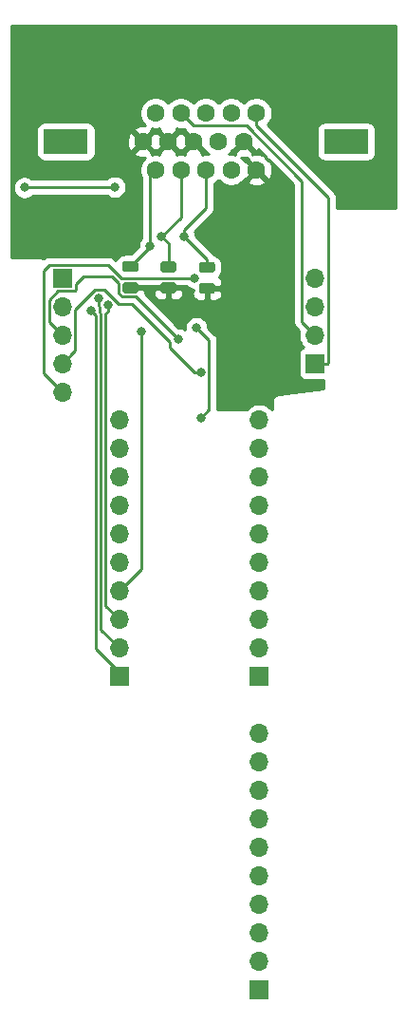
<source format=gbr>
G04 #@! TF.GenerationSoftware,KiCad,Pcbnew,5.1.5*
G04 #@! TF.CreationDate,2020-03-26T20:54:49-05:00*
G04 #@! TF.ProjectId,ADV7123,41445637-3132-4332-9e6b-696361645f70,rev?*
G04 #@! TF.SameCoordinates,Original*
G04 #@! TF.FileFunction,Copper,L2,Bot*
G04 #@! TF.FilePolarity,Positive*
%FSLAX46Y46*%
G04 Gerber Fmt 4.6, Leading zero omitted, Abs format (unit mm)*
G04 Created by KiCad (PCBNEW 5.1.5) date 2020-03-26 20:54:49*
%MOMM*%
%LPD*%
G04 APERTURE LIST*
%ADD10R,1.700000X1.700000*%
%ADD11O,1.700000X1.700000*%
%ADD12C,0.100000*%
%ADD13R,4.000000X2.200000*%
%ADD14C,1.600000*%
%ADD15C,0.800000*%
%ADD16C,0.250000*%
%ADD17C,0.254000*%
G04 APERTURE END LIST*
D10*
X136100000Y-98900000D03*
D11*
X136100000Y-96360000D03*
X136100000Y-93820000D03*
X136100000Y-91280000D03*
X136100000Y-88740000D03*
X136100000Y-86200000D03*
X136100000Y-83660000D03*
X136100000Y-81120000D03*
X136100000Y-78580000D03*
X136100000Y-76040000D03*
D10*
X131020000Y-63350000D03*
D11*
X131020000Y-65890000D03*
X131020000Y-68430000D03*
X131020000Y-70970000D03*
X131020000Y-73510000D03*
D10*
X153585000Y-70970000D03*
D11*
X153585000Y-68430000D03*
X153585000Y-65890000D03*
X153585000Y-63350000D03*
X148600000Y-103970000D03*
X148600000Y-106510000D03*
X148600000Y-109050000D03*
X148600000Y-111590000D03*
X148600000Y-114130000D03*
X148600000Y-116670000D03*
X148600000Y-119210000D03*
X148600000Y-121750000D03*
X148600000Y-124290000D03*
D10*
X148600000Y-126830000D03*
X148600000Y-98890000D03*
D11*
X148600000Y-96350000D03*
X148600000Y-93810000D03*
X148600000Y-91270000D03*
X148600000Y-88730000D03*
X148600000Y-86190000D03*
X148600000Y-83650000D03*
X148600000Y-81110000D03*
X148600000Y-78570000D03*
X148600000Y-76030000D03*
G04 #@! TA.AperFunction,SMDPad,CuDef*
D12*
G36*
X137580142Y-63738674D02*
G01*
X137603803Y-63742184D01*
X137627007Y-63747996D01*
X137649529Y-63756054D01*
X137671153Y-63766282D01*
X137691670Y-63778579D01*
X137710883Y-63792829D01*
X137728607Y-63808893D01*
X137744671Y-63826617D01*
X137758921Y-63845830D01*
X137771218Y-63866347D01*
X137781446Y-63887971D01*
X137789504Y-63910493D01*
X137795316Y-63933697D01*
X137798826Y-63957358D01*
X137800000Y-63981250D01*
X137800000Y-64468750D01*
X137798826Y-64492642D01*
X137795316Y-64516303D01*
X137789504Y-64539507D01*
X137781446Y-64562029D01*
X137771218Y-64583653D01*
X137758921Y-64604170D01*
X137744671Y-64623383D01*
X137728607Y-64641107D01*
X137710883Y-64657171D01*
X137691670Y-64671421D01*
X137671153Y-64683718D01*
X137649529Y-64693946D01*
X137627007Y-64702004D01*
X137603803Y-64707816D01*
X137580142Y-64711326D01*
X137556250Y-64712500D01*
X136643750Y-64712500D01*
X136619858Y-64711326D01*
X136596197Y-64707816D01*
X136572993Y-64702004D01*
X136550471Y-64693946D01*
X136528847Y-64683718D01*
X136508330Y-64671421D01*
X136489117Y-64657171D01*
X136471393Y-64641107D01*
X136455329Y-64623383D01*
X136441079Y-64604170D01*
X136428782Y-64583653D01*
X136418554Y-64562029D01*
X136410496Y-64539507D01*
X136404684Y-64516303D01*
X136401174Y-64492642D01*
X136400000Y-64468750D01*
X136400000Y-63981250D01*
X136401174Y-63957358D01*
X136404684Y-63933697D01*
X136410496Y-63910493D01*
X136418554Y-63887971D01*
X136428782Y-63866347D01*
X136441079Y-63845830D01*
X136455329Y-63826617D01*
X136471393Y-63808893D01*
X136489117Y-63792829D01*
X136508330Y-63778579D01*
X136528847Y-63766282D01*
X136550471Y-63756054D01*
X136572993Y-63747996D01*
X136596197Y-63742184D01*
X136619858Y-63738674D01*
X136643750Y-63737500D01*
X137556250Y-63737500D01*
X137580142Y-63738674D01*
G37*
G04 #@! TD.AperFunction*
G04 #@! TA.AperFunction,SMDPad,CuDef*
G36*
X137580142Y-61863674D02*
G01*
X137603803Y-61867184D01*
X137627007Y-61872996D01*
X137649529Y-61881054D01*
X137671153Y-61891282D01*
X137691670Y-61903579D01*
X137710883Y-61917829D01*
X137728607Y-61933893D01*
X137744671Y-61951617D01*
X137758921Y-61970830D01*
X137771218Y-61991347D01*
X137781446Y-62012971D01*
X137789504Y-62035493D01*
X137795316Y-62058697D01*
X137798826Y-62082358D01*
X137800000Y-62106250D01*
X137800000Y-62593750D01*
X137798826Y-62617642D01*
X137795316Y-62641303D01*
X137789504Y-62664507D01*
X137781446Y-62687029D01*
X137771218Y-62708653D01*
X137758921Y-62729170D01*
X137744671Y-62748383D01*
X137728607Y-62766107D01*
X137710883Y-62782171D01*
X137691670Y-62796421D01*
X137671153Y-62808718D01*
X137649529Y-62818946D01*
X137627007Y-62827004D01*
X137603803Y-62832816D01*
X137580142Y-62836326D01*
X137556250Y-62837500D01*
X136643750Y-62837500D01*
X136619858Y-62836326D01*
X136596197Y-62832816D01*
X136572993Y-62827004D01*
X136550471Y-62818946D01*
X136528847Y-62808718D01*
X136508330Y-62796421D01*
X136489117Y-62782171D01*
X136471393Y-62766107D01*
X136455329Y-62748383D01*
X136441079Y-62729170D01*
X136428782Y-62708653D01*
X136418554Y-62687029D01*
X136410496Y-62664507D01*
X136404684Y-62641303D01*
X136401174Y-62617642D01*
X136400000Y-62593750D01*
X136400000Y-62106250D01*
X136401174Y-62082358D01*
X136404684Y-62058697D01*
X136410496Y-62035493D01*
X136418554Y-62012971D01*
X136428782Y-61991347D01*
X136441079Y-61970830D01*
X136455329Y-61951617D01*
X136471393Y-61933893D01*
X136489117Y-61917829D01*
X136508330Y-61903579D01*
X136528847Y-61891282D01*
X136550471Y-61881054D01*
X136572993Y-61872996D01*
X136596197Y-61867184D01*
X136619858Y-61863674D01*
X136643750Y-61862500D01*
X137556250Y-61862500D01*
X137580142Y-61863674D01*
G37*
G04 #@! TD.AperFunction*
G04 #@! TA.AperFunction,SMDPad,CuDef*
G36*
X140980142Y-61876174D02*
G01*
X141003803Y-61879684D01*
X141027007Y-61885496D01*
X141049529Y-61893554D01*
X141071153Y-61903782D01*
X141091670Y-61916079D01*
X141110883Y-61930329D01*
X141128607Y-61946393D01*
X141144671Y-61964117D01*
X141158921Y-61983330D01*
X141171218Y-62003847D01*
X141181446Y-62025471D01*
X141189504Y-62047993D01*
X141195316Y-62071197D01*
X141198826Y-62094858D01*
X141200000Y-62118750D01*
X141200000Y-62606250D01*
X141198826Y-62630142D01*
X141195316Y-62653803D01*
X141189504Y-62677007D01*
X141181446Y-62699529D01*
X141171218Y-62721153D01*
X141158921Y-62741670D01*
X141144671Y-62760883D01*
X141128607Y-62778607D01*
X141110883Y-62794671D01*
X141091670Y-62808921D01*
X141071153Y-62821218D01*
X141049529Y-62831446D01*
X141027007Y-62839504D01*
X141003803Y-62845316D01*
X140980142Y-62848826D01*
X140956250Y-62850000D01*
X140043750Y-62850000D01*
X140019858Y-62848826D01*
X139996197Y-62845316D01*
X139972993Y-62839504D01*
X139950471Y-62831446D01*
X139928847Y-62821218D01*
X139908330Y-62808921D01*
X139889117Y-62794671D01*
X139871393Y-62778607D01*
X139855329Y-62760883D01*
X139841079Y-62741670D01*
X139828782Y-62721153D01*
X139818554Y-62699529D01*
X139810496Y-62677007D01*
X139804684Y-62653803D01*
X139801174Y-62630142D01*
X139800000Y-62606250D01*
X139800000Y-62118750D01*
X139801174Y-62094858D01*
X139804684Y-62071197D01*
X139810496Y-62047993D01*
X139818554Y-62025471D01*
X139828782Y-62003847D01*
X139841079Y-61983330D01*
X139855329Y-61964117D01*
X139871393Y-61946393D01*
X139889117Y-61930329D01*
X139908330Y-61916079D01*
X139928847Y-61903782D01*
X139950471Y-61893554D01*
X139972993Y-61885496D01*
X139996197Y-61879684D01*
X140019858Y-61876174D01*
X140043750Y-61875000D01*
X140956250Y-61875000D01*
X140980142Y-61876174D01*
G37*
G04 #@! TD.AperFunction*
G04 #@! TA.AperFunction,SMDPad,CuDef*
G36*
X140980142Y-63751174D02*
G01*
X141003803Y-63754684D01*
X141027007Y-63760496D01*
X141049529Y-63768554D01*
X141071153Y-63778782D01*
X141091670Y-63791079D01*
X141110883Y-63805329D01*
X141128607Y-63821393D01*
X141144671Y-63839117D01*
X141158921Y-63858330D01*
X141171218Y-63878847D01*
X141181446Y-63900471D01*
X141189504Y-63922993D01*
X141195316Y-63946197D01*
X141198826Y-63969858D01*
X141200000Y-63993750D01*
X141200000Y-64481250D01*
X141198826Y-64505142D01*
X141195316Y-64528803D01*
X141189504Y-64552007D01*
X141181446Y-64574529D01*
X141171218Y-64596153D01*
X141158921Y-64616670D01*
X141144671Y-64635883D01*
X141128607Y-64653607D01*
X141110883Y-64669671D01*
X141091670Y-64683921D01*
X141071153Y-64696218D01*
X141049529Y-64706446D01*
X141027007Y-64714504D01*
X141003803Y-64720316D01*
X140980142Y-64723826D01*
X140956250Y-64725000D01*
X140043750Y-64725000D01*
X140019858Y-64723826D01*
X139996197Y-64720316D01*
X139972993Y-64714504D01*
X139950471Y-64706446D01*
X139928847Y-64696218D01*
X139908330Y-64683921D01*
X139889117Y-64669671D01*
X139871393Y-64653607D01*
X139855329Y-64635883D01*
X139841079Y-64616670D01*
X139828782Y-64596153D01*
X139818554Y-64574529D01*
X139810496Y-64552007D01*
X139804684Y-64528803D01*
X139801174Y-64505142D01*
X139800000Y-64481250D01*
X139800000Y-63993750D01*
X139801174Y-63969858D01*
X139804684Y-63946197D01*
X139810496Y-63922993D01*
X139818554Y-63900471D01*
X139828782Y-63878847D01*
X139841079Y-63858330D01*
X139855329Y-63839117D01*
X139871393Y-63821393D01*
X139889117Y-63805329D01*
X139908330Y-63791079D01*
X139928847Y-63778782D01*
X139950471Y-63768554D01*
X139972993Y-63760496D01*
X139996197Y-63754684D01*
X140019858Y-63751174D01*
X140043750Y-63750000D01*
X140956250Y-63750000D01*
X140980142Y-63751174D01*
G37*
G04 #@! TD.AperFunction*
G04 #@! TA.AperFunction,SMDPad,CuDef*
G36*
X144430142Y-63788674D02*
G01*
X144453803Y-63792184D01*
X144477007Y-63797996D01*
X144499529Y-63806054D01*
X144521153Y-63816282D01*
X144541670Y-63828579D01*
X144560883Y-63842829D01*
X144578607Y-63858893D01*
X144594671Y-63876617D01*
X144608921Y-63895830D01*
X144621218Y-63916347D01*
X144631446Y-63937971D01*
X144639504Y-63960493D01*
X144645316Y-63983697D01*
X144648826Y-64007358D01*
X144650000Y-64031250D01*
X144650000Y-64518750D01*
X144648826Y-64542642D01*
X144645316Y-64566303D01*
X144639504Y-64589507D01*
X144631446Y-64612029D01*
X144621218Y-64633653D01*
X144608921Y-64654170D01*
X144594671Y-64673383D01*
X144578607Y-64691107D01*
X144560883Y-64707171D01*
X144541670Y-64721421D01*
X144521153Y-64733718D01*
X144499529Y-64743946D01*
X144477007Y-64752004D01*
X144453803Y-64757816D01*
X144430142Y-64761326D01*
X144406250Y-64762500D01*
X143493750Y-64762500D01*
X143469858Y-64761326D01*
X143446197Y-64757816D01*
X143422993Y-64752004D01*
X143400471Y-64743946D01*
X143378847Y-64733718D01*
X143358330Y-64721421D01*
X143339117Y-64707171D01*
X143321393Y-64691107D01*
X143305329Y-64673383D01*
X143291079Y-64654170D01*
X143278782Y-64633653D01*
X143268554Y-64612029D01*
X143260496Y-64589507D01*
X143254684Y-64566303D01*
X143251174Y-64542642D01*
X143250000Y-64518750D01*
X143250000Y-64031250D01*
X143251174Y-64007358D01*
X143254684Y-63983697D01*
X143260496Y-63960493D01*
X143268554Y-63937971D01*
X143278782Y-63916347D01*
X143291079Y-63895830D01*
X143305329Y-63876617D01*
X143321393Y-63858893D01*
X143339117Y-63842829D01*
X143358330Y-63828579D01*
X143378847Y-63816282D01*
X143400471Y-63806054D01*
X143422993Y-63797996D01*
X143446197Y-63792184D01*
X143469858Y-63788674D01*
X143493750Y-63787500D01*
X144406250Y-63787500D01*
X144430142Y-63788674D01*
G37*
G04 #@! TD.AperFunction*
G04 #@! TA.AperFunction,SMDPad,CuDef*
G36*
X144430142Y-61913674D02*
G01*
X144453803Y-61917184D01*
X144477007Y-61922996D01*
X144499529Y-61931054D01*
X144521153Y-61941282D01*
X144541670Y-61953579D01*
X144560883Y-61967829D01*
X144578607Y-61983893D01*
X144594671Y-62001617D01*
X144608921Y-62020830D01*
X144621218Y-62041347D01*
X144631446Y-62062971D01*
X144639504Y-62085493D01*
X144645316Y-62108697D01*
X144648826Y-62132358D01*
X144650000Y-62156250D01*
X144650000Y-62643750D01*
X144648826Y-62667642D01*
X144645316Y-62691303D01*
X144639504Y-62714507D01*
X144631446Y-62737029D01*
X144621218Y-62758653D01*
X144608921Y-62779170D01*
X144594671Y-62798383D01*
X144578607Y-62816107D01*
X144560883Y-62832171D01*
X144541670Y-62846421D01*
X144521153Y-62858718D01*
X144499529Y-62868946D01*
X144477007Y-62877004D01*
X144453803Y-62882816D01*
X144430142Y-62886326D01*
X144406250Y-62887500D01*
X143493750Y-62887500D01*
X143469858Y-62886326D01*
X143446197Y-62882816D01*
X143422993Y-62877004D01*
X143400471Y-62868946D01*
X143378847Y-62858718D01*
X143358330Y-62846421D01*
X143339117Y-62832171D01*
X143321393Y-62816107D01*
X143305329Y-62798383D01*
X143291079Y-62779170D01*
X143278782Y-62758653D01*
X143268554Y-62737029D01*
X143260496Y-62714507D01*
X143254684Y-62691303D01*
X143251174Y-62667642D01*
X143250000Y-62643750D01*
X143250000Y-62156250D01*
X143251174Y-62132358D01*
X143254684Y-62108697D01*
X143260496Y-62085493D01*
X143268554Y-62062971D01*
X143278782Y-62041347D01*
X143291079Y-62020830D01*
X143305329Y-62001617D01*
X143321393Y-61983893D01*
X143339117Y-61967829D01*
X143358330Y-61953579D01*
X143378847Y-61941282D01*
X143400471Y-61931054D01*
X143422993Y-61922996D01*
X143446197Y-61917184D01*
X143469858Y-61913674D01*
X143493750Y-61912500D01*
X144406250Y-61912500D01*
X144430142Y-61913674D01*
G37*
G04 #@! TD.AperFunction*
D13*
X156350000Y-51200000D03*
X131350000Y-51200000D03*
D14*
X142725000Y-51200000D03*
X144975000Y-51200000D03*
X138225000Y-51200000D03*
X140475000Y-51200000D03*
X147225000Y-51200000D03*
X146100000Y-48660000D03*
X141600000Y-48660000D03*
X148350000Y-48660000D03*
X139350000Y-48660000D03*
X143850000Y-48660000D03*
X141600000Y-53740000D03*
X139350000Y-53740000D03*
X146100000Y-53740000D03*
X143850000Y-53740000D03*
X148350000Y-53740000D03*
D15*
X130600000Y-61000000D03*
X135700000Y-55250000D03*
X127650000Y-55300000D03*
X133599996Y-66300000D03*
X134286668Y-65169123D03*
X135079363Y-65780196D03*
X138100000Y-68100000D03*
X141366342Y-68791662D03*
X143400000Y-71800000D03*
X142800000Y-63350000D03*
X143000000Y-67800000D03*
X143400000Y-75800000D03*
X138850000Y-60500000D03*
X139900000Y-59650000D03*
X141900000Y-59650000D03*
D16*
X135700000Y-55250000D02*
X127700000Y-55250000D01*
X127700000Y-55250000D02*
X127650000Y-55300000D01*
X134000000Y-66700004D02*
X133599996Y-66300000D01*
X134000000Y-96400000D02*
X134000000Y-66700004D01*
X136100000Y-98900000D02*
X136100000Y-98500000D01*
X136100000Y-98500000D02*
X134000000Y-96400000D01*
X134286668Y-65863664D02*
X134286668Y-65734808D01*
X134286668Y-65734808D02*
X134286668Y-65169123D01*
X134375002Y-66438595D02*
X134375002Y-65951998D01*
X134450011Y-66513604D02*
X134375002Y-66438595D01*
X134450011Y-94710011D02*
X134450011Y-66513604D01*
X134375002Y-65951998D02*
X134286668Y-65863664D01*
X136100000Y-96360000D02*
X134450011Y-94710011D01*
X135079363Y-66345881D02*
X135079363Y-65780196D01*
X134900022Y-66525222D02*
X135079363Y-66345881D01*
X134900022Y-92620022D02*
X134900022Y-66525222D01*
X136100000Y-93820000D02*
X134900022Y-92620022D01*
X136100000Y-91280000D02*
X138100000Y-89280000D01*
X138100000Y-89280000D02*
X138100000Y-68100000D01*
X132250000Y-63900000D02*
X132950000Y-63200000D01*
X129844999Y-65325999D02*
X130645997Y-64525001D01*
X140966343Y-68391663D02*
X141366342Y-68791662D01*
X132130001Y-64525001D02*
X132250000Y-64405002D01*
X129844999Y-67254999D02*
X129844999Y-65325999D01*
X137612190Y-65037510D02*
X140966343Y-68391663D01*
X136074990Y-64704340D02*
X136408160Y-65037510D01*
X131020000Y-68430000D02*
X129844999Y-67254999D01*
X130645997Y-64525001D02*
X132130001Y-64525001D01*
X136074990Y-63774990D02*
X136074990Y-64704340D01*
X135500000Y-63200000D02*
X136074990Y-63774990D01*
X136408160Y-65037510D02*
X137612190Y-65037510D01*
X132250000Y-64405002D02*
X132250000Y-63900000D01*
X132950000Y-63200000D02*
X135500000Y-63200000D01*
X131869999Y-70120001D02*
X131020000Y-70970000D01*
X137254364Y-65654364D02*
X136026533Y-65654364D01*
X136026533Y-65654364D02*
X134816291Y-64444122D01*
X132195001Y-66187788D02*
X132195001Y-69794999D01*
X142834315Y-71800000D02*
X140641340Y-69607025D01*
X143400000Y-71800000D02*
X142834315Y-71800000D01*
X140641340Y-69041340D02*
X137254364Y-65654364D01*
X133938667Y-64444122D02*
X132195001Y-66187788D01*
X134816291Y-64444122D02*
X133938667Y-64444122D01*
X140641340Y-69607025D02*
X140641340Y-69041340D01*
X132195001Y-69794999D02*
X131869999Y-70120001D01*
X136286410Y-63350000D02*
X142800000Y-63350000D01*
X129394990Y-71884990D02*
X129394990Y-62690008D01*
X131020000Y-73510000D02*
X129394990Y-71884990D01*
X129394990Y-62690008D02*
X129909999Y-62174999D01*
X129909999Y-62174999D02*
X135111409Y-62174999D01*
X135111409Y-62174999D02*
X136286410Y-63350000D01*
X141600000Y-48660000D02*
X142725001Y-49785001D01*
X147490002Y-49800000D02*
X147150000Y-49800000D01*
X152409999Y-54719997D02*
X147490002Y-49800000D01*
X152409999Y-67254999D02*
X152409999Y-54719997D01*
X153585000Y-68430000D02*
X152409999Y-67254999D01*
X147150000Y-49800000D02*
X147475003Y-49785001D01*
X142725001Y-49785001D02*
X147150000Y-49800000D01*
X148350000Y-48660000D02*
X148350000Y-49791370D01*
X154760001Y-70894999D02*
X154760001Y-56201371D01*
X154760001Y-56201371D02*
X148350000Y-49791370D01*
X154685000Y-70970000D02*
X154760001Y-70894999D01*
X153585000Y-70970000D02*
X154685000Y-70970000D01*
X144125001Y-75074999D02*
X143400000Y-75800000D01*
X143000000Y-67800000D02*
X144125001Y-68925001D01*
X144125001Y-68925001D02*
X144125001Y-75074999D01*
X138850000Y-54240000D02*
X139350000Y-53740000D01*
X138850000Y-60500000D02*
X138850000Y-54240000D01*
X138850000Y-60600000D02*
X138850000Y-60500000D01*
X137100000Y-62350000D02*
X138850000Y-60600000D01*
X141600000Y-53740000D02*
X141600000Y-57950000D01*
X141600000Y-57950000D02*
X139900000Y-59650000D01*
X140500000Y-60250000D02*
X139900000Y-59650000D01*
X140500000Y-62362500D02*
X140500000Y-60250000D01*
X143850000Y-57134315D02*
X143850000Y-54871370D01*
X143850000Y-54871370D02*
X143850000Y-53740000D01*
X141900000Y-59084315D02*
X143850000Y-57134315D01*
X141900000Y-59650000D02*
X141900000Y-59084315D01*
X143950000Y-61700000D02*
X141900000Y-59650000D01*
X143950000Y-62400000D02*
X143950000Y-61700000D01*
D17*
G36*
X147536903Y-52747298D02*
G01*
X148350000Y-53560395D01*
X148364143Y-53546253D01*
X148543748Y-53725858D01*
X148529605Y-53740000D01*
X149342702Y-54553097D01*
X149586671Y-54481514D01*
X149707571Y-54226004D01*
X149776300Y-53951816D01*
X149790217Y-53669488D01*
X149748787Y-53389870D01*
X149653603Y-53123708D01*
X149586671Y-52998486D01*
X149342704Y-52926903D01*
X149442403Y-52827204D01*
X151650000Y-55034801D01*
X151649999Y-67217677D01*
X151646323Y-67254999D01*
X151649999Y-67292321D01*
X151649999Y-67292331D01*
X151660996Y-67403984D01*
X151689546Y-67498102D01*
X151704453Y-67547245D01*
X151775025Y-67679275D01*
X151813855Y-67726589D01*
X151869998Y-67795000D01*
X151899002Y-67818803D01*
X152143791Y-68063592D01*
X152100000Y-68283740D01*
X152100000Y-68576260D01*
X152157068Y-68863158D01*
X152269010Y-69133411D01*
X152431525Y-69376632D01*
X152563380Y-69508487D01*
X152490820Y-69530498D01*
X152380506Y-69589463D01*
X152283815Y-69668815D01*
X152204463Y-69765506D01*
X152145498Y-69875820D01*
X152109188Y-69995518D01*
X152096928Y-70120000D01*
X152096928Y-71820000D01*
X152109188Y-71944482D01*
X152145498Y-72064180D01*
X152204463Y-72174494D01*
X152283815Y-72271185D01*
X152380506Y-72350537D01*
X152490820Y-72409502D01*
X152610518Y-72445812D01*
X152735000Y-72458072D01*
X154340001Y-72458072D01*
X154340001Y-73220496D01*
X150324951Y-73744199D01*
X150270617Y-73749550D01*
X150229462Y-73762034D01*
X150187576Y-73771748D01*
X150167397Y-73780862D01*
X150146207Y-73787290D01*
X150108277Y-73807564D01*
X150069092Y-73825262D01*
X150051082Y-73838135D01*
X150031550Y-73848575D01*
X149998305Y-73875858D01*
X149963324Y-73900862D01*
X149948169Y-73917005D01*
X149931052Y-73931052D01*
X149903768Y-73964298D01*
X149874338Y-73995645D01*
X149862624Y-74014432D01*
X149848575Y-74031551D01*
X149828304Y-74069476D01*
X149805552Y-74105966D01*
X149797727Y-74126681D01*
X149787290Y-74146208D01*
X149774804Y-74187367D01*
X149759612Y-74227587D01*
X149755980Y-74249421D01*
X149749550Y-74270618D01*
X149745334Y-74313426D01*
X149738280Y-74355833D01*
X149740000Y-74410372D01*
X149740000Y-75069893D01*
X149546632Y-74876525D01*
X149303411Y-74714010D01*
X149033158Y-74602068D01*
X148746260Y-74545000D01*
X148453740Y-74545000D01*
X148166842Y-74602068D01*
X147896589Y-74714010D01*
X147653368Y-74876525D01*
X147456893Y-75073000D01*
X144888480Y-75073000D01*
X144885001Y-75037677D01*
X144885001Y-68962326D01*
X144888677Y-68925001D01*
X144885001Y-68887676D01*
X144885001Y-68887668D01*
X144874004Y-68776015D01*
X144830547Y-68632754D01*
X144759975Y-68500725D01*
X144665002Y-68385000D01*
X144636005Y-68361203D01*
X144035000Y-67760199D01*
X144035000Y-67698061D01*
X143995226Y-67498102D01*
X143917205Y-67309744D01*
X143803937Y-67140226D01*
X143659774Y-66996063D01*
X143490256Y-66882795D01*
X143301898Y-66804774D01*
X143101939Y-66765000D01*
X142898061Y-66765000D01*
X142698102Y-66804774D01*
X142509744Y-66882795D01*
X142340226Y-66996063D01*
X142196063Y-67140226D01*
X142082795Y-67309744D01*
X142004774Y-67498102D01*
X141965000Y-67698061D01*
X141965000Y-67901939D01*
X141975311Y-67953779D01*
X141856598Y-67874457D01*
X141668240Y-67796436D01*
X141468281Y-67756662D01*
X141406144Y-67756662D01*
X138431250Y-64781769D01*
X138436840Y-64725000D01*
X139161928Y-64725000D01*
X139174188Y-64849482D01*
X139210498Y-64969180D01*
X139269463Y-65079494D01*
X139348815Y-65176185D01*
X139445506Y-65255537D01*
X139555820Y-65314502D01*
X139675518Y-65350812D01*
X139800000Y-65363072D01*
X140214250Y-65360000D01*
X140373000Y-65201250D01*
X140373000Y-64364500D01*
X140627000Y-64364500D01*
X140627000Y-65201250D01*
X140785750Y-65360000D01*
X141200000Y-65363072D01*
X141324482Y-65350812D01*
X141444180Y-65314502D01*
X141554494Y-65255537D01*
X141651185Y-65176185D01*
X141730537Y-65079494D01*
X141789502Y-64969180D01*
X141825812Y-64849482D01*
X141838072Y-64725000D01*
X141835000Y-64523250D01*
X141676250Y-64364500D01*
X140627000Y-64364500D01*
X140373000Y-64364500D01*
X139323750Y-64364500D01*
X139165000Y-64523250D01*
X139161928Y-64725000D01*
X138436840Y-64725000D01*
X138438072Y-64712500D01*
X138435000Y-64510750D01*
X138276250Y-64352000D01*
X137941921Y-64352000D01*
X137904437Y-64331964D01*
X137761176Y-64288507D01*
X137649523Y-64277510D01*
X137649512Y-64277510D01*
X137612190Y-64273834D01*
X137574868Y-64277510D01*
X136953000Y-64277510D01*
X136953000Y-64110000D01*
X139323250Y-64110000D01*
X139323750Y-64110500D01*
X140373000Y-64110500D01*
X140373000Y-64110000D01*
X140627000Y-64110000D01*
X140627000Y-64110500D01*
X141676250Y-64110500D01*
X141676750Y-64110000D01*
X142096289Y-64110000D01*
X142140226Y-64153937D01*
X142309744Y-64267205D01*
X142498102Y-64345226D01*
X142615000Y-64368478D01*
X142615000Y-64402002D01*
X142773748Y-64402002D01*
X142615000Y-64560750D01*
X142611928Y-64762500D01*
X142624188Y-64886982D01*
X142660498Y-65006680D01*
X142719463Y-65116994D01*
X142798815Y-65213685D01*
X142895506Y-65293037D01*
X143005820Y-65352002D01*
X143125518Y-65388312D01*
X143250000Y-65400572D01*
X143664250Y-65397500D01*
X143823000Y-65238750D01*
X143823000Y-64402000D01*
X144077000Y-64402000D01*
X144077000Y-65238750D01*
X144235750Y-65397500D01*
X144650000Y-65400572D01*
X144774482Y-65388312D01*
X144894180Y-65352002D01*
X145004494Y-65293037D01*
X145101185Y-65213685D01*
X145180537Y-65116994D01*
X145239502Y-65006680D01*
X145275812Y-64886982D01*
X145288072Y-64762500D01*
X145285000Y-64560750D01*
X145126250Y-64402000D01*
X144077000Y-64402000D01*
X143823000Y-64402000D01*
X143803000Y-64402000D01*
X143803000Y-64148000D01*
X143823000Y-64148000D01*
X143823000Y-64128000D01*
X144077000Y-64128000D01*
X144077000Y-64148000D01*
X145126250Y-64148000D01*
X145285000Y-63989250D01*
X145288072Y-63787500D01*
X145275812Y-63663018D01*
X145239502Y-63543320D01*
X145180537Y-63433006D01*
X145101185Y-63336315D01*
X145023436Y-63272508D01*
X145029792Y-63267292D01*
X145139458Y-63133664D01*
X145220947Y-62981209D01*
X145271128Y-62815785D01*
X145288072Y-62643750D01*
X145288072Y-62156250D01*
X145271128Y-61984215D01*
X145220947Y-61818791D01*
X145139458Y-61666336D01*
X145029792Y-61532708D01*
X144896164Y-61423042D01*
X144743709Y-61341553D01*
X144596251Y-61296822D01*
X144584974Y-61275724D01*
X144490001Y-61159999D01*
X144461003Y-61136201D01*
X142935000Y-59610199D01*
X142935000Y-59548061D01*
X142895226Y-59348102D01*
X142841271Y-59217845D01*
X144361009Y-57698109D01*
X144390001Y-57674316D01*
X144413795Y-57645323D01*
X144413799Y-57645319D01*
X144484973Y-57558592D01*
X144484974Y-57558591D01*
X144555546Y-57426562D01*
X144599003Y-57283301D01*
X144610000Y-57171648D01*
X144610000Y-57171639D01*
X144613676Y-57134316D01*
X144610000Y-57096993D01*
X144610000Y-54958043D01*
X144764759Y-54854637D01*
X144964637Y-54654759D01*
X144975000Y-54639250D01*
X144985363Y-54654759D01*
X145185241Y-54854637D01*
X145420273Y-55011680D01*
X145681426Y-55119853D01*
X145958665Y-55175000D01*
X146241335Y-55175000D01*
X146518574Y-55119853D01*
X146779727Y-55011680D01*
X147014759Y-54854637D01*
X147136694Y-54732702D01*
X147536903Y-54732702D01*
X147608486Y-54976671D01*
X147863996Y-55097571D01*
X148138184Y-55166300D01*
X148420512Y-55180217D01*
X148700130Y-55138787D01*
X148966292Y-55043603D01*
X149091514Y-54976671D01*
X149163097Y-54732702D01*
X148350000Y-53919605D01*
X147536903Y-54732702D01*
X147136694Y-54732702D01*
X147214637Y-54654759D01*
X147294815Y-54534764D01*
X147357298Y-54553097D01*
X148170395Y-53740000D01*
X147357298Y-52926903D01*
X147294815Y-52945236D01*
X147214637Y-52825241D01*
X147015826Y-52626430D01*
X147295512Y-52640217D01*
X147575130Y-52598787D01*
X147581105Y-52596650D01*
X147536903Y-52747298D01*
G37*
X147536903Y-52747298D02*
X148350000Y-53560395D01*
X148364143Y-53546253D01*
X148543748Y-53725858D01*
X148529605Y-53740000D01*
X149342702Y-54553097D01*
X149586671Y-54481514D01*
X149707571Y-54226004D01*
X149776300Y-53951816D01*
X149790217Y-53669488D01*
X149748787Y-53389870D01*
X149653603Y-53123708D01*
X149586671Y-52998486D01*
X149342704Y-52926903D01*
X149442403Y-52827204D01*
X151650000Y-55034801D01*
X151649999Y-67217677D01*
X151646323Y-67254999D01*
X151649999Y-67292321D01*
X151649999Y-67292331D01*
X151660996Y-67403984D01*
X151689546Y-67498102D01*
X151704453Y-67547245D01*
X151775025Y-67679275D01*
X151813855Y-67726589D01*
X151869998Y-67795000D01*
X151899002Y-67818803D01*
X152143791Y-68063592D01*
X152100000Y-68283740D01*
X152100000Y-68576260D01*
X152157068Y-68863158D01*
X152269010Y-69133411D01*
X152431525Y-69376632D01*
X152563380Y-69508487D01*
X152490820Y-69530498D01*
X152380506Y-69589463D01*
X152283815Y-69668815D01*
X152204463Y-69765506D01*
X152145498Y-69875820D01*
X152109188Y-69995518D01*
X152096928Y-70120000D01*
X152096928Y-71820000D01*
X152109188Y-71944482D01*
X152145498Y-72064180D01*
X152204463Y-72174494D01*
X152283815Y-72271185D01*
X152380506Y-72350537D01*
X152490820Y-72409502D01*
X152610518Y-72445812D01*
X152735000Y-72458072D01*
X154340001Y-72458072D01*
X154340001Y-73220496D01*
X150324951Y-73744199D01*
X150270617Y-73749550D01*
X150229462Y-73762034D01*
X150187576Y-73771748D01*
X150167397Y-73780862D01*
X150146207Y-73787290D01*
X150108277Y-73807564D01*
X150069092Y-73825262D01*
X150051082Y-73838135D01*
X150031550Y-73848575D01*
X149998305Y-73875858D01*
X149963324Y-73900862D01*
X149948169Y-73917005D01*
X149931052Y-73931052D01*
X149903768Y-73964298D01*
X149874338Y-73995645D01*
X149862624Y-74014432D01*
X149848575Y-74031551D01*
X149828304Y-74069476D01*
X149805552Y-74105966D01*
X149797727Y-74126681D01*
X149787290Y-74146208D01*
X149774804Y-74187367D01*
X149759612Y-74227587D01*
X149755980Y-74249421D01*
X149749550Y-74270618D01*
X149745334Y-74313426D01*
X149738280Y-74355833D01*
X149740000Y-74410372D01*
X149740000Y-75069893D01*
X149546632Y-74876525D01*
X149303411Y-74714010D01*
X149033158Y-74602068D01*
X148746260Y-74545000D01*
X148453740Y-74545000D01*
X148166842Y-74602068D01*
X147896589Y-74714010D01*
X147653368Y-74876525D01*
X147456893Y-75073000D01*
X144888480Y-75073000D01*
X144885001Y-75037677D01*
X144885001Y-68962326D01*
X144888677Y-68925001D01*
X144885001Y-68887676D01*
X144885001Y-68887668D01*
X144874004Y-68776015D01*
X144830547Y-68632754D01*
X144759975Y-68500725D01*
X144665002Y-68385000D01*
X144636005Y-68361203D01*
X144035000Y-67760199D01*
X144035000Y-67698061D01*
X143995226Y-67498102D01*
X143917205Y-67309744D01*
X143803937Y-67140226D01*
X143659774Y-66996063D01*
X143490256Y-66882795D01*
X143301898Y-66804774D01*
X143101939Y-66765000D01*
X142898061Y-66765000D01*
X142698102Y-66804774D01*
X142509744Y-66882795D01*
X142340226Y-66996063D01*
X142196063Y-67140226D01*
X142082795Y-67309744D01*
X142004774Y-67498102D01*
X141965000Y-67698061D01*
X141965000Y-67901939D01*
X141975311Y-67953779D01*
X141856598Y-67874457D01*
X141668240Y-67796436D01*
X141468281Y-67756662D01*
X141406144Y-67756662D01*
X138431250Y-64781769D01*
X138436840Y-64725000D01*
X139161928Y-64725000D01*
X139174188Y-64849482D01*
X139210498Y-64969180D01*
X139269463Y-65079494D01*
X139348815Y-65176185D01*
X139445506Y-65255537D01*
X139555820Y-65314502D01*
X139675518Y-65350812D01*
X139800000Y-65363072D01*
X140214250Y-65360000D01*
X140373000Y-65201250D01*
X140373000Y-64364500D01*
X140627000Y-64364500D01*
X140627000Y-65201250D01*
X140785750Y-65360000D01*
X141200000Y-65363072D01*
X141324482Y-65350812D01*
X141444180Y-65314502D01*
X141554494Y-65255537D01*
X141651185Y-65176185D01*
X141730537Y-65079494D01*
X141789502Y-64969180D01*
X141825812Y-64849482D01*
X141838072Y-64725000D01*
X141835000Y-64523250D01*
X141676250Y-64364500D01*
X140627000Y-64364500D01*
X140373000Y-64364500D01*
X139323750Y-64364500D01*
X139165000Y-64523250D01*
X139161928Y-64725000D01*
X138436840Y-64725000D01*
X138438072Y-64712500D01*
X138435000Y-64510750D01*
X138276250Y-64352000D01*
X137941921Y-64352000D01*
X137904437Y-64331964D01*
X137761176Y-64288507D01*
X137649523Y-64277510D01*
X137649512Y-64277510D01*
X137612190Y-64273834D01*
X137574868Y-64277510D01*
X136953000Y-64277510D01*
X136953000Y-64110000D01*
X139323250Y-64110000D01*
X139323750Y-64110500D01*
X140373000Y-64110500D01*
X140373000Y-64110000D01*
X140627000Y-64110000D01*
X140627000Y-64110500D01*
X141676250Y-64110500D01*
X141676750Y-64110000D01*
X142096289Y-64110000D01*
X142140226Y-64153937D01*
X142309744Y-64267205D01*
X142498102Y-64345226D01*
X142615000Y-64368478D01*
X142615000Y-64402002D01*
X142773748Y-64402002D01*
X142615000Y-64560750D01*
X142611928Y-64762500D01*
X142624188Y-64886982D01*
X142660498Y-65006680D01*
X142719463Y-65116994D01*
X142798815Y-65213685D01*
X142895506Y-65293037D01*
X143005820Y-65352002D01*
X143125518Y-65388312D01*
X143250000Y-65400572D01*
X143664250Y-65397500D01*
X143823000Y-65238750D01*
X143823000Y-64402000D01*
X144077000Y-64402000D01*
X144077000Y-65238750D01*
X144235750Y-65397500D01*
X144650000Y-65400572D01*
X144774482Y-65388312D01*
X144894180Y-65352002D01*
X145004494Y-65293037D01*
X145101185Y-65213685D01*
X145180537Y-65116994D01*
X145239502Y-65006680D01*
X145275812Y-64886982D01*
X145288072Y-64762500D01*
X145285000Y-64560750D01*
X145126250Y-64402000D01*
X144077000Y-64402000D01*
X143823000Y-64402000D01*
X143803000Y-64402000D01*
X143803000Y-64148000D01*
X143823000Y-64148000D01*
X143823000Y-64128000D01*
X144077000Y-64128000D01*
X144077000Y-64148000D01*
X145126250Y-64148000D01*
X145285000Y-63989250D01*
X145288072Y-63787500D01*
X145275812Y-63663018D01*
X145239502Y-63543320D01*
X145180537Y-63433006D01*
X145101185Y-63336315D01*
X145023436Y-63272508D01*
X145029792Y-63267292D01*
X145139458Y-63133664D01*
X145220947Y-62981209D01*
X145271128Y-62815785D01*
X145288072Y-62643750D01*
X145288072Y-62156250D01*
X145271128Y-61984215D01*
X145220947Y-61818791D01*
X145139458Y-61666336D01*
X145029792Y-61532708D01*
X144896164Y-61423042D01*
X144743709Y-61341553D01*
X144596251Y-61296822D01*
X144584974Y-61275724D01*
X144490001Y-61159999D01*
X144461003Y-61136201D01*
X142935000Y-59610199D01*
X142935000Y-59548061D01*
X142895226Y-59348102D01*
X142841271Y-59217845D01*
X144361009Y-57698109D01*
X144390001Y-57674316D01*
X144413795Y-57645323D01*
X144413799Y-57645319D01*
X144484973Y-57558592D01*
X144484974Y-57558591D01*
X144555546Y-57426562D01*
X144599003Y-57283301D01*
X144610000Y-57171648D01*
X144610000Y-57171639D01*
X144613676Y-57134316D01*
X144610000Y-57096993D01*
X144610000Y-54958043D01*
X144764759Y-54854637D01*
X144964637Y-54654759D01*
X144975000Y-54639250D01*
X144985363Y-54654759D01*
X145185241Y-54854637D01*
X145420273Y-55011680D01*
X145681426Y-55119853D01*
X145958665Y-55175000D01*
X146241335Y-55175000D01*
X146518574Y-55119853D01*
X146779727Y-55011680D01*
X147014759Y-54854637D01*
X147136694Y-54732702D01*
X147536903Y-54732702D01*
X147608486Y-54976671D01*
X147863996Y-55097571D01*
X148138184Y-55166300D01*
X148420512Y-55180217D01*
X148700130Y-55138787D01*
X148966292Y-55043603D01*
X149091514Y-54976671D01*
X149163097Y-54732702D01*
X148350000Y-53919605D01*
X147536903Y-54732702D01*
X147136694Y-54732702D01*
X147214637Y-54654759D01*
X147294815Y-54534764D01*
X147357298Y-54553097D01*
X148170395Y-53740000D01*
X147357298Y-52926903D01*
X147294815Y-52945236D01*
X147214637Y-52825241D01*
X147015826Y-52626430D01*
X147295512Y-52640217D01*
X147575130Y-52598787D01*
X147581105Y-52596650D01*
X147536903Y-52747298D01*
G36*
X160740001Y-56767572D02*
G01*
X160740000Y-56767582D01*
X160740000Y-57140000D01*
X155520001Y-57140000D01*
X155520001Y-56238693D01*
X155523677Y-56201370D01*
X155520001Y-56164047D01*
X155520001Y-56164038D01*
X155509004Y-56052385D01*
X155465547Y-55909124D01*
X155394975Y-55777095D01*
X155300002Y-55661370D01*
X155271004Y-55637572D01*
X149733432Y-50100000D01*
X153711928Y-50100000D01*
X153711928Y-52300000D01*
X153724188Y-52424482D01*
X153760498Y-52544180D01*
X153819463Y-52654494D01*
X153898815Y-52751185D01*
X153995506Y-52830537D01*
X154105820Y-52889502D01*
X154225518Y-52925812D01*
X154350000Y-52938072D01*
X158350000Y-52938072D01*
X158474482Y-52925812D01*
X158594180Y-52889502D01*
X158704494Y-52830537D01*
X158801185Y-52751185D01*
X158880537Y-52654494D01*
X158939502Y-52544180D01*
X158975812Y-52424482D01*
X158988072Y-52300000D01*
X158988072Y-50100000D01*
X158975812Y-49975518D01*
X158939502Y-49855820D01*
X158880537Y-49745506D01*
X158801185Y-49648815D01*
X158704494Y-49569463D01*
X158594180Y-49510498D01*
X158474482Y-49474188D01*
X158350000Y-49461928D01*
X154350000Y-49461928D01*
X154225518Y-49474188D01*
X154105820Y-49510498D01*
X153995506Y-49569463D01*
X153898815Y-49648815D01*
X153819463Y-49745506D01*
X153760498Y-49855820D01*
X153724188Y-49975518D01*
X153711928Y-50100000D01*
X149733432Y-50100000D01*
X149336414Y-49702982D01*
X149464637Y-49574759D01*
X149621680Y-49339727D01*
X149729853Y-49078574D01*
X149785000Y-48801335D01*
X149785000Y-48518665D01*
X149729853Y-48241426D01*
X149621680Y-47980273D01*
X149464637Y-47745241D01*
X149264759Y-47545363D01*
X149029727Y-47388320D01*
X148768574Y-47280147D01*
X148491335Y-47225000D01*
X148208665Y-47225000D01*
X147931426Y-47280147D01*
X147670273Y-47388320D01*
X147435241Y-47545363D01*
X147235363Y-47745241D01*
X147225000Y-47760750D01*
X147214637Y-47745241D01*
X147014759Y-47545363D01*
X146779727Y-47388320D01*
X146518574Y-47280147D01*
X146241335Y-47225000D01*
X145958665Y-47225000D01*
X145681426Y-47280147D01*
X145420273Y-47388320D01*
X145185241Y-47545363D01*
X144985363Y-47745241D01*
X144975000Y-47760750D01*
X144964637Y-47745241D01*
X144764759Y-47545363D01*
X144529727Y-47388320D01*
X144268574Y-47280147D01*
X143991335Y-47225000D01*
X143708665Y-47225000D01*
X143431426Y-47280147D01*
X143170273Y-47388320D01*
X142935241Y-47545363D01*
X142735363Y-47745241D01*
X142725000Y-47760750D01*
X142714637Y-47745241D01*
X142514759Y-47545363D01*
X142279727Y-47388320D01*
X142018574Y-47280147D01*
X141741335Y-47225000D01*
X141458665Y-47225000D01*
X141181426Y-47280147D01*
X140920273Y-47388320D01*
X140685241Y-47545363D01*
X140485363Y-47745241D01*
X140475000Y-47760750D01*
X140464637Y-47745241D01*
X140264759Y-47545363D01*
X140029727Y-47388320D01*
X139768574Y-47280147D01*
X139491335Y-47225000D01*
X139208665Y-47225000D01*
X138931426Y-47280147D01*
X138670273Y-47388320D01*
X138435241Y-47545363D01*
X138235363Y-47745241D01*
X138078320Y-47980273D01*
X137970147Y-48241426D01*
X137915000Y-48518665D01*
X137915000Y-48801335D01*
X137970147Y-49078574D01*
X138078320Y-49339727D01*
X138235363Y-49574759D01*
X138434174Y-49773570D01*
X138154488Y-49759783D01*
X137874870Y-49801213D01*
X137608708Y-49896397D01*
X137483486Y-49963329D01*
X137411903Y-50207298D01*
X138225000Y-51020395D01*
X139038097Y-50207298D01*
X138992533Y-50052008D01*
X139208665Y-50095000D01*
X139491335Y-50095000D01*
X139707467Y-50052008D01*
X139661903Y-50207298D01*
X140475000Y-51020395D01*
X141288097Y-50207298D01*
X141242533Y-50052008D01*
X141458665Y-50095000D01*
X141741335Y-50095000D01*
X141923886Y-50058688D01*
X141948334Y-50083135D01*
X141911903Y-50207298D01*
X142725000Y-51020395D01*
X142739143Y-51006253D01*
X142918748Y-51185858D01*
X142904605Y-51200000D01*
X143717702Y-52013097D01*
X143780185Y-51994764D01*
X143860363Y-52114759D01*
X144060241Y-52314637D01*
X144068913Y-52320431D01*
X143991335Y-52305000D01*
X143708665Y-52305000D01*
X143492533Y-52347992D01*
X143538097Y-52192702D01*
X142725000Y-51379605D01*
X141911903Y-52192702D01*
X141957467Y-52347992D01*
X141741335Y-52305000D01*
X141458665Y-52305000D01*
X141242533Y-52347992D01*
X141288097Y-52192702D01*
X140475000Y-51379605D01*
X139661903Y-52192702D01*
X139707467Y-52347992D01*
X139491335Y-52305000D01*
X139208665Y-52305000D01*
X138992533Y-52347992D01*
X139038097Y-52192702D01*
X138225000Y-51379605D01*
X137411903Y-52192702D01*
X137483486Y-52436671D01*
X137738996Y-52557571D01*
X138013184Y-52626300D01*
X138295512Y-52640217D01*
X138446489Y-52617847D01*
X138435241Y-52625363D01*
X138235363Y-52825241D01*
X138078320Y-53060273D01*
X137970147Y-53321426D01*
X137915000Y-53598665D01*
X137915000Y-53881335D01*
X137970147Y-54158574D01*
X138078320Y-54419727D01*
X138090001Y-54437209D01*
X138090000Y-59796289D01*
X138046063Y-59840226D01*
X137932795Y-60009744D01*
X137854774Y-60198102D01*
X137815000Y-60398061D01*
X137815000Y-60560198D01*
X137150771Y-61224428D01*
X136643750Y-61224428D01*
X136471715Y-61241372D01*
X136306291Y-61291553D01*
X136153836Y-61373042D01*
X136020208Y-61482708D01*
X135910542Y-61616336D01*
X135829053Y-61768791D01*
X135817637Y-61806425D01*
X135675213Y-61664002D01*
X135651410Y-61634998D01*
X135535685Y-61540025D01*
X135403656Y-61469453D01*
X135260395Y-61425996D01*
X135148742Y-61414999D01*
X135148731Y-61414999D01*
X135111409Y-61411323D01*
X135074087Y-61414999D01*
X129947324Y-61414999D01*
X129909999Y-61411323D01*
X129872674Y-61414999D01*
X129872666Y-61414999D01*
X129761013Y-61425996D01*
X129617752Y-61469453D01*
X129485723Y-61540025D01*
X129369998Y-61634998D01*
X129361781Y-61645010D01*
X129253793Y-61587290D01*
X129129383Y-61549550D01*
X129032419Y-61540000D01*
X129000000Y-61536807D01*
X128967581Y-61540000D01*
X126460000Y-61540000D01*
X126460000Y-55198061D01*
X126615000Y-55198061D01*
X126615000Y-55401939D01*
X126654774Y-55601898D01*
X126732795Y-55790256D01*
X126846063Y-55959774D01*
X126990226Y-56103937D01*
X127159744Y-56217205D01*
X127348102Y-56295226D01*
X127548061Y-56335000D01*
X127751939Y-56335000D01*
X127951898Y-56295226D01*
X128140256Y-56217205D01*
X128309774Y-56103937D01*
X128403711Y-56010000D01*
X134996289Y-56010000D01*
X135040226Y-56053937D01*
X135209744Y-56167205D01*
X135398102Y-56245226D01*
X135598061Y-56285000D01*
X135801939Y-56285000D01*
X136001898Y-56245226D01*
X136190256Y-56167205D01*
X136359774Y-56053937D01*
X136503937Y-55909774D01*
X136617205Y-55740256D01*
X136695226Y-55551898D01*
X136735000Y-55351939D01*
X136735000Y-55148061D01*
X136695226Y-54948102D01*
X136617205Y-54759744D01*
X136503937Y-54590226D01*
X136359774Y-54446063D01*
X136190256Y-54332795D01*
X136001898Y-54254774D01*
X135801939Y-54215000D01*
X135598061Y-54215000D01*
X135398102Y-54254774D01*
X135209744Y-54332795D01*
X135040226Y-54446063D01*
X134996289Y-54490000D01*
X128300700Y-54490000D01*
X128140256Y-54382795D01*
X127951898Y-54304774D01*
X127751939Y-54265000D01*
X127548061Y-54265000D01*
X127348102Y-54304774D01*
X127159744Y-54382795D01*
X126990226Y-54496063D01*
X126846063Y-54640226D01*
X126732795Y-54809744D01*
X126654774Y-54998102D01*
X126615000Y-55198061D01*
X126460000Y-55198061D01*
X126460000Y-50100000D01*
X128711928Y-50100000D01*
X128711928Y-52300000D01*
X128724188Y-52424482D01*
X128760498Y-52544180D01*
X128819463Y-52654494D01*
X128898815Y-52751185D01*
X128995506Y-52830537D01*
X129105820Y-52889502D01*
X129225518Y-52925812D01*
X129350000Y-52938072D01*
X133350000Y-52938072D01*
X133474482Y-52925812D01*
X133594180Y-52889502D01*
X133704494Y-52830537D01*
X133801185Y-52751185D01*
X133880537Y-52654494D01*
X133939502Y-52544180D01*
X133975812Y-52424482D01*
X133988072Y-52300000D01*
X133988072Y-51270512D01*
X136784783Y-51270512D01*
X136826213Y-51550130D01*
X136921397Y-51816292D01*
X136988329Y-51941514D01*
X137232298Y-52013097D01*
X138045395Y-51200000D01*
X138404605Y-51200000D01*
X139217702Y-52013097D01*
X139350000Y-51974279D01*
X139482298Y-52013097D01*
X140295395Y-51200000D01*
X140654605Y-51200000D01*
X141467702Y-52013097D01*
X141600000Y-51974279D01*
X141732298Y-52013097D01*
X142545395Y-51200000D01*
X141732298Y-50386903D01*
X141600000Y-50425721D01*
X141467702Y-50386903D01*
X140654605Y-51200000D01*
X140295395Y-51200000D01*
X139482298Y-50386903D01*
X139350000Y-50425721D01*
X139217702Y-50386903D01*
X138404605Y-51200000D01*
X138045395Y-51200000D01*
X137232298Y-50386903D01*
X136988329Y-50458486D01*
X136867429Y-50713996D01*
X136798700Y-50988184D01*
X136784783Y-51270512D01*
X133988072Y-51270512D01*
X133988072Y-50100000D01*
X133975812Y-49975518D01*
X133939502Y-49855820D01*
X133880537Y-49745506D01*
X133801185Y-49648815D01*
X133704494Y-49569463D01*
X133594180Y-49510498D01*
X133474482Y-49474188D01*
X133350000Y-49461928D01*
X129350000Y-49461928D01*
X129225518Y-49474188D01*
X129105820Y-49510498D01*
X128995506Y-49569463D01*
X128898815Y-49648815D01*
X128819463Y-49745506D01*
X128760498Y-49855820D01*
X128724188Y-49975518D01*
X128711928Y-50100000D01*
X126460000Y-50100000D01*
X126460000Y-40860000D01*
X160740000Y-40860000D01*
X160740001Y-56767572D01*
G37*
X160740001Y-56767572D02*
X160740000Y-56767582D01*
X160740000Y-57140000D01*
X155520001Y-57140000D01*
X155520001Y-56238693D01*
X155523677Y-56201370D01*
X155520001Y-56164047D01*
X155520001Y-56164038D01*
X155509004Y-56052385D01*
X155465547Y-55909124D01*
X155394975Y-55777095D01*
X155300002Y-55661370D01*
X155271004Y-55637572D01*
X149733432Y-50100000D01*
X153711928Y-50100000D01*
X153711928Y-52300000D01*
X153724188Y-52424482D01*
X153760498Y-52544180D01*
X153819463Y-52654494D01*
X153898815Y-52751185D01*
X153995506Y-52830537D01*
X154105820Y-52889502D01*
X154225518Y-52925812D01*
X154350000Y-52938072D01*
X158350000Y-52938072D01*
X158474482Y-52925812D01*
X158594180Y-52889502D01*
X158704494Y-52830537D01*
X158801185Y-52751185D01*
X158880537Y-52654494D01*
X158939502Y-52544180D01*
X158975812Y-52424482D01*
X158988072Y-52300000D01*
X158988072Y-50100000D01*
X158975812Y-49975518D01*
X158939502Y-49855820D01*
X158880537Y-49745506D01*
X158801185Y-49648815D01*
X158704494Y-49569463D01*
X158594180Y-49510498D01*
X158474482Y-49474188D01*
X158350000Y-49461928D01*
X154350000Y-49461928D01*
X154225518Y-49474188D01*
X154105820Y-49510498D01*
X153995506Y-49569463D01*
X153898815Y-49648815D01*
X153819463Y-49745506D01*
X153760498Y-49855820D01*
X153724188Y-49975518D01*
X153711928Y-50100000D01*
X149733432Y-50100000D01*
X149336414Y-49702982D01*
X149464637Y-49574759D01*
X149621680Y-49339727D01*
X149729853Y-49078574D01*
X149785000Y-48801335D01*
X149785000Y-48518665D01*
X149729853Y-48241426D01*
X149621680Y-47980273D01*
X149464637Y-47745241D01*
X149264759Y-47545363D01*
X149029727Y-47388320D01*
X148768574Y-47280147D01*
X148491335Y-47225000D01*
X148208665Y-47225000D01*
X147931426Y-47280147D01*
X147670273Y-47388320D01*
X147435241Y-47545363D01*
X147235363Y-47745241D01*
X147225000Y-47760750D01*
X147214637Y-47745241D01*
X147014759Y-47545363D01*
X146779727Y-47388320D01*
X146518574Y-47280147D01*
X146241335Y-47225000D01*
X145958665Y-47225000D01*
X145681426Y-47280147D01*
X145420273Y-47388320D01*
X145185241Y-47545363D01*
X144985363Y-47745241D01*
X144975000Y-47760750D01*
X144964637Y-47745241D01*
X144764759Y-47545363D01*
X144529727Y-47388320D01*
X144268574Y-47280147D01*
X143991335Y-47225000D01*
X143708665Y-47225000D01*
X143431426Y-47280147D01*
X143170273Y-47388320D01*
X142935241Y-47545363D01*
X142735363Y-47745241D01*
X142725000Y-47760750D01*
X142714637Y-47745241D01*
X142514759Y-47545363D01*
X142279727Y-47388320D01*
X142018574Y-47280147D01*
X141741335Y-47225000D01*
X141458665Y-47225000D01*
X141181426Y-47280147D01*
X140920273Y-47388320D01*
X140685241Y-47545363D01*
X140485363Y-47745241D01*
X140475000Y-47760750D01*
X140464637Y-47745241D01*
X140264759Y-47545363D01*
X140029727Y-47388320D01*
X139768574Y-47280147D01*
X139491335Y-47225000D01*
X139208665Y-47225000D01*
X138931426Y-47280147D01*
X138670273Y-47388320D01*
X138435241Y-47545363D01*
X138235363Y-47745241D01*
X138078320Y-47980273D01*
X137970147Y-48241426D01*
X137915000Y-48518665D01*
X137915000Y-48801335D01*
X137970147Y-49078574D01*
X138078320Y-49339727D01*
X138235363Y-49574759D01*
X138434174Y-49773570D01*
X138154488Y-49759783D01*
X137874870Y-49801213D01*
X137608708Y-49896397D01*
X137483486Y-49963329D01*
X137411903Y-50207298D01*
X138225000Y-51020395D01*
X139038097Y-50207298D01*
X138992533Y-50052008D01*
X139208665Y-50095000D01*
X139491335Y-50095000D01*
X139707467Y-50052008D01*
X139661903Y-50207298D01*
X140475000Y-51020395D01*
X141288097Y-50207298D01*
X141242533Y-50052008D01*
X141458665Y-50095000D01*
X141741335Y-50095000D01*
X141923886Y-50058688D01*
X141948334Y-50083135D01*
X141911903Y-50207298D01*
X142725000Y-51020395D01*
X142739143Y-51006253D01*
X142918748Y-51185858D01*
X142904605Y-51200000D01*
X143717702Y-52013097D01*
X143780185Y-51994764D01*
X143860363Y-52114759D01*
X144060241Y-52314637D01*
X144068913Y-52320431D01*
X143991335Y-52305000D01*
X143708665Y-52305000D01*
X143492533Y-52347992D01*
X143538097Y-52192702D01*
X142725000Y-51379605D01*
X141911903Y-52192702D01*
X141957467Y-52347992D01*
X141741335Y-52305000D01*
X141458665Y-52305000D01*
X141242533Y-52347992D01*
X141288097Y-52192702D01*
X140475000Y-51379605D01*
X139661903Y-52192702D01*
X139707467Y-52347992D01*
X139491335Y-52305000D01*
X139208665Y-52305000D01*
X138992533Y-52347992D01*
X139038097Y-52192702D01*
X138225000Y-51379605D01*
X137411903Y-52192702D01*
X137483486Y-52436671D01*
X137738996Y-52557571D01*
X138013184Y-52626300D01*
X138295512Y-52640217D01*
X138446489Y-52617847D01*
X138435241Y-52625363D01*
X138235363Y-52825241D01*
X138078320Y-53060273D01*
X137970147Y-53321426D01*
X137915000Y-53598665D01*
X137915000Y-53881335D01*
X137970147Y-54158574D01*
X138078320Y-54419727D01*
X138090001Y-54437209D01*
X138090000Y-59796289D01*
X138046063Y-59840226D01*
X137932795Y-60009744D01*
X137854774Y-60198102D01*
X137815000Y-60398061D01*
X137815000Y-60560198D01*
X137150771Y-61224428D01*
X136643750Y-61224428D01*
X136471715Y-61241372D01*
X136306291Y-61291553D01*
X136153836Y-61373042D01*
X136020208Y-61482708D01*
X135910542Y-61616336D01*
X135829053Y-61768791D01*
X135817637Y-61806425D01*
X135675213Y-61664002D01*
X135651410Y-61634998D01*
X135535685Y-61540025D01*
X135403656Y-61469453D01*
X135260395Y-61425996D01*
X135148742Y-61414999D01*
X135148731Y-61414999D01*
X135111409Y-61411323D01*
X135074087Y-61414999D01*
X129947324Y-61414999D01*
X129909999Y-61411323D01*
X129872674Y-61414999D01*
X129872666Y-61414999D01*
X129761013Y-61425996D01*
X129617752Y-61469453D01*
X129485723Y-61540025D01*
X129369998Y-61634998D01*
X129361781Y-61645010D01*
X129253793Y-61587290D01*
X129129383Y-61549550D01*
X129032419Y-61540000D01*
X129000000Y-61536807D01*
X128967581Y-61540000D01*
X126460000Y-61540000D01*
X126460000Y-55198061D01*
X126615000Y-55198061D01*
X126615000Y-55401939D01*
X126654774Y-55601898D01*
X126732795Y-55790256D01*
X126846063Y-55959774D01*
X126990226Y-56103937D01*
X127159744Y-56217205D01*
X127348102Y-56295226D01*
X127548061Y-56335000D01*
X127751939Y-56335000D01*
X127951898Y-56295226D01*
X128140256Y-56217205D01*
X128309774Y-56103937D01*
X128403711Y-56010000D01*
X134996289Y-56010000D01*
X135040226Y-56053937D01*
X135209744Y-56167205D01*
X135398102Y-56245226D01*
X135598061Y-56285000D01*
X135801939Y-56285000D01*
X136001898Y-56245226D01*
X136190256Y-56167205D01*
X136359774Y-56053937D01*
X136503937Y-55909774D01*
X136617205Y-55740256D01*
X136695226Y-55551898D01*
X136735000Y-55351939D01*
X136735000Y-55148061D01*
X136695226Y-54948102D01*
X136617205Y-54759744D01*
X136503937Y-54590226D01*
X136359774Y-54446063D01*
X136190256Y-54332795D01*
X136001898Y-54254774D01*
X135801939Y-54215000D01*
X135598061Y-54215000D01*
X135398102Y-54254774D01*
X135209744Y-54332795D01*
X135040226Y-54446063D01*
X134996289Y-54490000D01*
X128300700Y-54490000D01*
X128140256Y-54382795D01*
X127951898Y-54304774D01*
X127751939Y-54265000D01*
X127548061Y-54265000D01*
X127348102Y-54304774D01*
X127159744Y-54382795D01*
X126990226Y-54496063D01*
X126846063Y-54640226D01*
X126732795Y-54809744D01*
X126654774Y-54998102D01*
X126615000Y-55198061D01*
X126460000Y-55198061D01*
X126460000Y-50100000D01*
X128711928Y-50100000D01*
X128711928Y-52300000D01*
X128724188Y-52424482D01*
X128760498Y-52544180D01*
X128819463Y-52654494D01*
X128898815Y-52751185D01*
X128995506Y-52830537D01*
X129105820Y-52889502D01*
X129225518Y-52925812D01*
X129350000Y-52938072D01*
X133350000Y-52938072D01*
X133474482Y-52925812D01*
X133594180Y-52889502D01*
X133704494Y-52830537D01*
X133801185Y-52751185D01*
X133880537Y-52654494D01*
X133939502Y-52544180D01*
X133975812Y-52424482D01*
X133988072Y-52300000D01*
X133988072Y-51270512D01*
X136784783Y-51270512D01*
X136826213Y-51550130D01*
X136921397Y-51816292D01*
X136988329Y-51941514D01*
X137232298Y-52013097D01*
X138045395Y-51200000D01*
X138404605Y-51200000D01*
X139217702Y-52013097D01*
X139350000Y-51974279D01*
X139482298Y-52013097D01*
X140295395Y-51200000D01*
X140654605Y-51200000D01*
X141467702Y-52013097D01*
X141600000Y-51974279D01*
X141732298Y-52013097D01*
X142545395Y-51200000D01*
X141732298Y-50386903D01*
X141600000Y-50425721D01*
X141467702Y-50386903D01*
X140654605Y-51200000D01*
X140295395Y-51200000D01*
X139482298Y-50386903D01*
X139350000Y-50425721D01*
X139217702Y-50386903D01*
X138404605Y-51200000D01*
X138045395Y-51200000D01*
X137232298Y-50386903D01*
X136988329Y-50458486D01*
X136867429Y-50713996D01*
X136798700Y-50988184D01*
X136784783Y-51270512D01*
X133988072Y-51270512D01*
X133988072Y-50100000D01*
X133975812Y-49975518D01*
X133939502Y-49855820D01*
X133880537Y-49745506D01*
X133801185Y-49648815D01*
X133704494Y-49569463D01*
X133594180Y-49510498D01*
X133474482Y-49474188D01*
X133350000Y-49461928D01*
X129350000Y-49461928D01*
X129225518Y-49474188D01*
X129105820Y-49510498D01*
X128995506Y-49569463D01*
X128898815Y-49648815D01*
X128819463Y-49745506D01*
X128760498Y-49855820D01*
X128724188Y-49975518D01*
X128711928Y-50100000D01*
X126460000Y-50100000D01*
X126460000Y-40860000D01*
X160740000Y-40860000D01*
X160740001Y-56767572D01*
G36*
X147418748Y-51185858D02*
G01*
X147404605Y-51200000D01*
X148217702Y-52013097D01*
X148461671Y-51941514D01*
X148492198Y-51876998D01*
X149262796Y-52647597D01*
X149163097Y-52747296D01*
X149091514Y-52503329D01*
X148836004Y-52382429D01*
X148561816Y-52313700D01*
X148279488Y-52299783D01*
X147999870Y-52341213D01*
X147993895Y-52343350D01*
X148038097Y-52192702D01*
X147225000Y-51379605D01*
X146411903Y-52192702D01*
X146457467Y-52347992D01*
X146241335Y-52305000D01*
X145958665Y-52305000D01*
X145881087Y-52320431D01*
X145889759Y-52314637D01*
X146089637Y-52114759D01*
X146169815Y-51994764D01*
X146232298Y-52013097D01*
X147045395Y-51200000D01*
X147031253Y-51185858D01*
X147210858Y-51006253D01*
X147225000Y-51020395D01*
X147239143Y-51006253D01*
X147418748Y-51185858D01*
G37*
X147418748Y-51185858D02*
X147404605Y-51200000D01*
X148217702Y-52013097D01*
X148461671Y-51941514D01*
X148492198Y-51876998D01*
X149262796Y-52647597D01*
X149163097Y-52747296D01*
X149091514Y-52503329D01*
X148836004Y-52382429D01*
X148561816Y-52313700D01*
X148279488Y-52299783D01*
X147999870Y-52341213D01*
X147993895Y-52343350D01*
X148038097Y-52192702D01*
X147225000Y-51379605D01*
X146411903Y-52192702D01*
X146457467Y-52347992D01*
X146241335Y-52305000D01*
X145958665Y-52305000D01*
X145881087Y-52320431D01*
X145889759Y-52314637D01*
X146089637Y-52114759D01*
X146169815Y-51994764D01*
X146232298Y-52013097D01*
X147045395Y-51200000D01*
X147031253Y-51185858D01*
X147210858Y-51006253D01*
X147225000Y-51020395D01*
X147239143Y-51006253D01*
X147418748Y-51185858D01*
M02*

</source>
